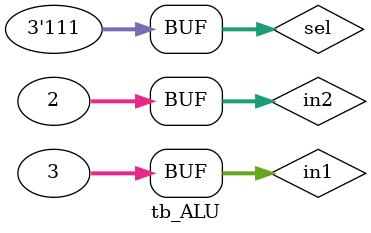
<source format=v>
`timescale 1ns / 1ps
module ALU #(parameter width = 32)
				(input [width-1:0] op1, op2,
				 input [2:0] sel,
				 output reg [width-1:0] out);
				 
		parameter ALUand = 3'b000; //a & b
		parameter ALUor = 3'b001;	// a | b
		parameter ALUadd = 3'b010;	//a + b
		parameter ALUandnot = 3'b100; //a&~b
		parameter ALUornot = 3'b101; //a|~b
		parameter ALUsub = 3'b110;	//a-b
		parameter ALUslt = 3'b111;	//set less than. Output 1 if a < b, else output 0
	
	always@* begin
		case (sel)
			ALUand:	out <= op1 & op2;
			ALUor:	out <= op1 | op2;
			ALUadd:	out <= op1 + op2;
			ALUandnot:	out <= op1 & (~op2);
			ALUornot:	out <= op1 | (~op2);
			ALUsub:	out <= op1 - op2;
			ALUslt:	if (op1 < op2) out <= 1;
						else out <= 0;
			default: out <= 0;
		endcase
	end

endmodule

module tb_ALU;
	parameter w = 32;
	reg signed [w-1:0] in1, in2;
	reg [2:0] sel;
	wire signed [w-1:0] result;
	
	ALU #(.width(w)) t1 (.op1(in1), .op2(in2), .sel(sel), .out(result));
	
	initial begin
	in1 = 3; in2 = 2; sel = 0;
	#5 sel = 1;
	#5 sel = 2;
	#5 sel = 4;
	#5 sel = 5;
	#5 sel = 6;
	#5 sel = 7;
	end
endmodule

</source>
